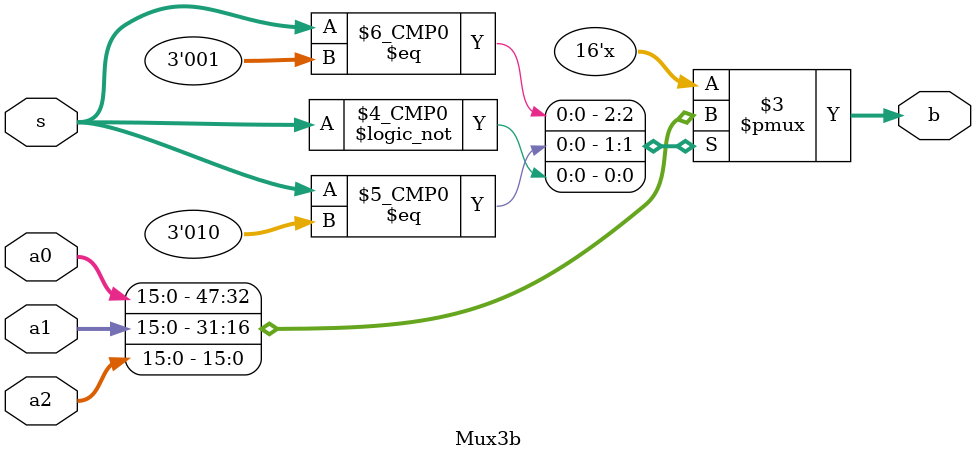
<source format=v>


module InstructionDecoder(iRegToiDec,//Inputs to the Decoder
                            nsel,

                            opcode,//To FSM
                            op,

                            ALUop,//To datapath
                            sximm5,
                            sximm8,
                            shift,
                            readnum,
                            writenum);


  // Inputs/outputs to the module
  input [15:0] iRegToiDec;//Inputs to the Decoder
  input [2:0] nsel; //NOTE: Use the 1-HOT select for Rn | Rd | Rm

  output [2:0] opcode;//To FSM
  output [1:0] op;

  output [1:0] ALUop;//To datapath
  output [15:0] sximm5;
  output [15:0] sximm8;
  output [1:0] shift;
  output [2:0] readnum;
  output [2:0] writenum;

//------------------------------------------------------------------------------

  //Wires
  wire [2:0] Rn, Rd, Rm;
  wire [2:0] muxOutNsel;

  //------------------------------------------------------------------------------

  //Module instantiating

  //outouts readnum and writenum
  Mux3b MuxToReadnumWritenum(Rn, Rd, Rm, nsel, muxOutNsel);

  //------------------------------------------------------------------------------

  //Assignments

  //input to the ALUop
  assign ALUop = iRegToiDec[12:11];
  //Sign extends bit 4
  assign sximm5 = (iRegToiDec[4])?
                  {{11{1'b1}},iRegToiDec[4:0]}:{{11{1'b0}},iRegToiDec[4:0]};
  //Sign extends bit 7;
  assign sximm8 = (iRegToiDec[7])?
                  {{8{1'b1}},iRegToiDec[7:0]}:{{8{1'b0}},iRegToiDec[7:0]};

  assign Rm = iRegToiDec[2:0];

  assign {opcode, op, //15:13, 12:11
          Rn, Rd,   //10:8, 7:5
           shift  //4:3
           } = iRegToiDec[15:3];

  //outputs of the MUX
  assign readnum = muxOutNsel;
  assign writenum = (muxOutNsel);

endmodule

//******************************************************************************

//3-Input-1-HOT-Select-MUX
module Mux3b(a2, a1, a0, s, b);

  parameter k = 16;
  input [k-1:0] a2, a1, a0; //inputs
  input [2:0] s; //1-HOT Select
  output [k-1:0] b;
  reg [k-1:0] b;

  always @ ( * ) begin
    case (s)
      2'b001: b= a0;
      2'b010: b= a1;
      2'b100: b= a2;
      default: b= 16'bx; // catches errors
    endcase
  end

endmodule

</source>
